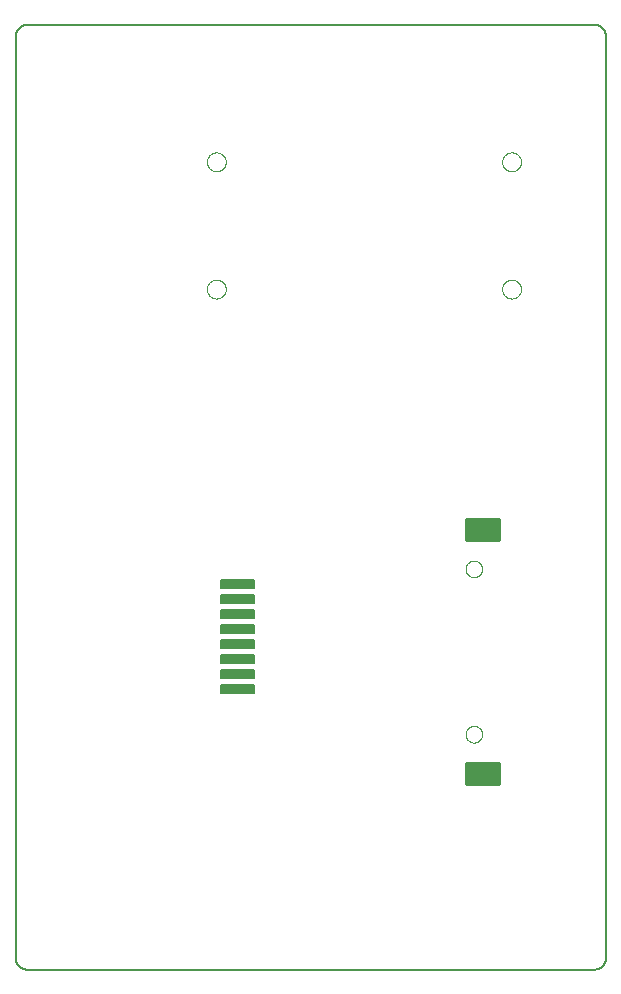
<source format=gbp>
G75*
%MOIN*%
%OFA0B0*%
%FSLAX25Y25*%
%IPPOS*%
%LPD*%
%AMOC8*
5,1,8,0,0,1.08239X$1,22.5*
%
%ADD10C,0.00500*%
%ADD11C,0.00000*%
%ADD12C,0.00709*%
%ADD13C,0.01575*%
D10*
X0005000Y0008937D02*
X0005000Y0316024D01*
X0005002Y0316148D01*
X0005008Y0316271D01*
X0005017Y0316395D01*
X0005031Y0316517D01*
X0005048Y0316640D01*
X0005070Y0316762D01*
X0005095Y0316883D01*
X0005124Y0317003D01*
X0005156Y0317122D01*
X0005193Y0317241D01*
X0005233Y0317358D01*
X0005276Y0317473D01*
X0005324Y0317588D01*
X0005375Y0317700D01*
X0005429Y0317811D01*
X0005487Y0317921D01*
X0005548Y0318028D01*
X0005613Y0318134D01*
X0005681Y0318237D01*
X0005752Y0318338D01*
X0005826Y0318437D01*
X0005903Y0318534D01*
X0005984Y0318628D01*
X0006067Y0318719D01*
X0006153Y0318808D01*
X0006242Y0318894D01*
X0006333Y0318977D01*
X0006427Y0319058D01*
X0006524Y0319135D01*
X0006623Y0319209D01*
X0006724Y0319280D01*
X0006827Y0319348D01*
X0006933Y0319413D01*
X0007040Y0319474D01*
X0007150Y0319532D01*
X0007261Y0319586D01*
X0007373Y0319637D01*
X0007488Y0319685D01*
X0007603Y0319728D01*
X0007720Y0319768D01*
X0007839Y0319805D01*
X0007958Y0319837D01*
X0008078Y0319866D01*
X0008199Y0319891D01*
X0008321Y0319913D01*
X0008444Y0319930D01*
X0008566Y0319944D01*
X0008690Y0319953D01*
X0008813Y0319959D01*
X0008937Y0319961D01*
X0197913Y0319961D01*
X0198037Y0319959D01*
X0198160Y0319953D01*
X0198284Y0319944D01*
X0198406Y0319930D01*
X0198529Y0319913D01*
X0198651Y0319891D01*
X0198772Y0319866D01*
X0198892Y0319837D01*
X0199011Y0319805D01*
X0199130Y0319768D01*
X0199247Y0319728D01*
X0199362Y0319685D01*
X0199477Y0319637D01*
X0199589Y0319586D01*
X0199700Y0319532D01*
X0199810Y0319474D01*
X0199917Y0319413D01*
X0200023Y0319348D01*
X0200126Y0319280D01*
X0200227Y0319209D01*
X0200326Y0319135D01*
X0200423Y0319058D01*
X0200517Y0318977D01*
X0200608Y0318894D01*
X0200697Y0318808D01*
X0200783Y0318719D01*
X0200866Y0318628D01*
X0200947Y0318534D01*
X0201024Y0318437D01*
X0201098Y0318338D01*
X0201169Y0318237D01*
X0201237Y0318134D01*
X0201302Y0318028D01*
X0201363Y0317921D01*
X0201421Y0317811D01*
X0201475Y0317700D01*
X0201526Y0317588D01*
X0201574Y0317473D01*
X0201617Y0317358D01*
X0201657Y0317241D01*
X0201694Y0317122D01*
X0201726Y0317003D01*
X0201755Y0316883D01*
X0201780Y0316762D01*
X0201802Y0316640D01*
X0201819Y0316517D01*
X0201833Y0316395D01*
X0201842Y0316271D01*
X0201848Y0316148D01*
X0201850Y0316024D01*
X0201850Y0008937D01*
X0201848Y0008813D01*
X0201842Y0008690D01*
X0201833Y0008566D01*
X0201819Y0008444D01*
X0201802Y0008321D01*
X0201780Y0008199D01*
X0201755Y0008078D01*
X0201726Y0007958D01*
X0201694Y0007839D01*
X0201657Y0007720D01*
X0201617Y0007603D01*
X0201574Y0007488D01*
X0201526Y0007373D01*
X0201475Y0007261D01*
X0201421Y0007150D01*
X0201363Y0007040D01*
X0201302Y0006933D01*
X0201237Y0006827D01*
X0201169Y0006724D01*
X0201098Y0006623D01*
X0201024Y0006524D01*
X0200947Y0006427D01*
X0200866Y0006333D01*
X0200783Y0006242D01*
X0200697Y0006153D01*
X0200608Y0006067D01*
X0200517Y0005984D01*
X0200423Y0005903D01*
X0200326Y0005826D01*
X0200227Y0005752D01*
X0200126Y0005681D01*
X0200023Y0005613D01*
X0199917Y0005548D01*
X0199810Y0005487D01*
X0199700Y0005429D01*
X0199589Y0005375D01*
X0199477Y0005324D01*
X0199362Y0005276D01*
X0199247Y0005233D01*
X0199130Y0005193D01*
X0199011Y0005156D01*
X0198892Y0005124D01*
X0198772Y0005095D01*
X0198651Y0005070D01*
X0198529Y0005048D01*
X0198406Y0005031D01*
X0198284Y0005017D01*
X0198160Y0005008D01*
X0198037Y0005002D01*
X0197913Y0005000D01*
X0008937Y0005000D01*
X0008813Y0005002D01*
X0008690Y0005008D01*
X0008566Y0005017D01*
X0008444Y0005031D01*
X0008321Y0005048D01*
X0008199Y0005070D01*
X0008078Y0005095D01*
X0007958Y0005124D01*
X0007839Y0005156D01*
X0007720Y0005193D01*
X0007603Y0005233D01*
X0007488Y0005276D01*
X0007373Y0005324D01*
X0007261Y0005375D01*
X0007150Y0005429D01*
X0007040Y0005487D01*
X0006933Y0005548D01*
X0006827Y0005613D01*
X0006724Y0005681D01*
X0006623Y0005752D01*
X0006524Y0005826D01*
X0006427Y0005903D01*
X0006333Y0005984D01*
X0006242Y0006067D01*
X0006153Y0006153D01*
X0006067Y0006242D01*
X0005984Y0006333D01*
X0005903Y0006427D01*
X0005826Y0006524D01*
X0005752Y0006623D01*
X0005681Y0006724D01*
X0005613Y0006827D01*
X0005548Y0006933D01*
X0005487Y0007040D01*
X0005429Y0007150D01*
X0005375Y0007261D01*
X0005324Y0007373D01*
X0005276Y0007488D01*
X0005233Y0007603D01*
X0005193Y0007720D01*
X0005156Y0007839D01*
X0005124Y0007958D01*
X0005095Y0008078D01*
X0005070Y0008199D01*
X0005048Y0008321D01*
X0005031Y0008444D01*
X0005017Y0008566D01*
X0005008Y0008690D01*
X0005002Y0008813D01*
X0005000Y0008937D01*
D11*
X0155000Y0083425D02*
X0155002Y0083530D01*
X0155008Y0083635D01*
X0155018Y0083739D01*
X0155032Y0083843D01*
X0155050Y0083947D01*
X0155072Y0084049D01*
X0155097Y0084151D01*
X0155127Y0084252D01*
X0155160Y0084351D01*
X0155197Y0084449D01*
X0155238Y0084546D01*
X0155283Y0084641D01*
X0155331Y0084734D01*
X0155382Y0084826D01*
X0155438Y0084915D01*
X0155496Y0085002D01*
X0155558Y0085087D01*
X0155622Y0085170D01*
X0155690Y0085250D01*
X0155761Y0085327D01*
X0155835Y0085401D01*
X0155912Y0085473D01*
X0155991Y0085542D01*
X0156073Y0085607D01*
X0156157Y0085670D01*
X0156244Y0085729D01*
X0156333Y0085785D01*
X0156424Y0085838D01*
X0156517Y0085887D01*
X0156611Y0085932D01*
X0156707Y0085974D01*
X0156805Y0086012D01*
X0156904Y0086046D01*
X0157005Y0086077D01*
X0157106Y0086103D01*
X0157209Y0086126D01*
X0157312Y0086145D01*
X0157416Y0086160D01*
X0157520Y0086171D01*
X0157625Y0086178D01*
X0157730Y0086181D01*
X0157835Y0086180D01*
X0157940Y0086175D01*
X0158044Y0086166D01*
X0158148Y0086153D01*
X0158252Y0086136D01*
X0158355Y0086115D01*
X0158457Y0086090D01*
X0158558Y0086062D01*
X0158657Y0086029D01*
X0158756Y0085993D01*
X0158853Y0085953D01*
X0158948Y0085910D01*
X0159042Y0085862D01*
X0159134Y0085812D01*
X0159224Y0085758D01*
X0159312Y0085700D01*
X0159397Y0085639D01*
X0159480Y0085575D01*
X0159561Y0085508D01*
X0159639Y0085438D01*
X0159714Y0085364D01*
X0159786Y0085289D01*
X0159856Y0085210D01*
X0159922Y0085129D01*
X0159986Y0085045D01*
X0160046Y0084959D01*
X0160102Y0084871D01*
X0160156Y0084780D01*
X0160206Y0084688D01*
X0160252Y0084594D01*
X0160295Y0084498D01*
X0160334Y0084400D01*
X0160369Y0084302D01*
X0160400Y0084201D01*
X0160428Y0084100D01*
X0160452Y0083998D01*
X0160472Y0083895D01*
X0160488Y0083791D01*
X0160500Y0083687D01*
X0160508Y0083582D01*
X0160512Y0083477D01*
X0160512Y0083373D01*
X0160508Y0083268D01*
X0160500Y0083163D01*
X0160488Y0083059D01*
X0160472Y0082955D01*
X0160452Y0082852D01*
X0160428Y0082750D01*
X0160400Y0082649D01*
X0160369Y0082548D01*
X0160334Y0082450D01*
X0160295Y0082352D01*
X0160252Y0082256D01*
X0160206Y0082162D01*
X0160156Y0082070D01*
X0160102Y0081979D01*
X0160046Y0081891D01*
X0159986Y0081805D01*
X0159922Y0081721D01*
X0159856Y0081640D01*
X0159786Y0081561D01*
X0159714Y0081486D01*
X0159639Y0081412D01*
X0159561Y0081342D01*
X0159480Y0081275D01*
X0159397Y0081211D01*
X0159312Y0081150D01*
X0159224Y0081092D01*
X0159134Y0081038D01*
X0159042Y0080988D01*
X0158948Y0080940D01*
X0158853Y0080897D01*
X0158756Y0080857D01*
X0158657Y0080821D01*
X0158558Y0080788D01*
X0158457Y0080760D01*
X0158355Y0080735D01*
X0158252Y0080714D01*
X0158148Y0080697D01*
X0158044Y0080684D01*
X0157940Y0080675D01*
X0157835Y0080670D01*
X0157730Y0080669D01*
X0157625Y0080672D01*
X0157520Y0080679D01*
X0157416Y0080690D01*
X0157312Y0080705D01*
X0157209Y0080724D01*
X0157106Y0080747D01*
X0157005Y0080773D01*
X0156904Y0080804D01*
X0156805Y0080838D01*
X0156707Y0080876D01*
X0156611Y0080918D01*
X0156517Y0080963D01*
X0156424Y0081012D01*
X0156333Y0081065D01*
X0156244Y0081121D01*
X0156157Y0081180D01*
X0156073Y0081243D01*
X0155991Y0081308D01*
X0155912Y0081377D01*
X0155835Y0081449D01*
X0155761Y0081523D01*
X0155690Y0081600D01*
X0155622Y0081680D01*
X0155558Y0081763D01*
X0155496Y0081848D01*
X0155438Y0081935D01*
X0155382Y0082024D01*
X0155331Y0082116D01*
X0155283Y0082209D01*
X0155238Y0082304D01*
X0155197Y0082401D01*
X0155160Y0082499D01*
X0155127Y0082598D01*
X0155097Y0082699D01*
X0155072Y0082801D01*
X0155050Y0082903D01*
X0155032Y0083007D01*
X0155018Y0083111D01*
X0155008Y0083215D01*
X0155002Y0083320D01*
X0155000Y0083425D01*
X0155000Y0138543D02*
X0155002Y0138648D01*
X0155008Y0138753D01*
X0155018Y0138857D01*
X0155032Y0138961D01*
X0155050Y0139065D01*
X0155072Y0139167D01*
X0155097Y0139269D01*
X0155127Y0139370D01*
X0155160Y0139469D01*
X0155197Y0139567D01*
X0155238Y0139664D01*
X0155283Y0139759D01*
X0155331Y0139852D01*
X0155382Y0139944D01*
X0155438Y0140033D01*
X0155496Y0140120D01*
X0155558Y0140205D01*
X0155622Y0140288D01*
X0155690Y0140368D01*
X0155761Y0140445D01*
X0155835Y0140519D01*
X0155912Y0140591D01*
X0155991Y0140660D01*
X0156073Y0140725D01*
X0156157Y0140788D01*
X0156244Y0140847D01*
X0156333Y0140903D01*
X0156424Y0140956D01*
X0156517Y0141005D01*
X0156611Y0141050D01*
X0156707Y0141092D01*
X0156805Y0141130D01*
X0156904Y0141164D01*
X0157005Y0141195D01*
X0157106Y0141221D01*
X0157209Y0141244D01*
X0157312Y0141263D01*
X0157416Y0141278D01*
X0157520Y0141289D01*
X0157625Y0141296D01*
X0157730Y0141299D01*
X0157835Y0141298D01*
X0157940Y0141293D01*
X0158044Y0141284D01*
X0158148Y0141271D01*
X0158252Y0141254D01*
X0158355Y0141233D01*
X0158457Y0141208D01*
X0158558Y0141180D01*
X0158657Y0141147D01*
X0158756Y0141111D01*
X0158853Y0141071D01*
X0158948Y0141028D01*
X0159042Y0140980D01*
X0159134Y0140930D01*
X0159224Y0140876D01*
X0159312Y0140818D01*
X0159397Y0140757D01*
X0159480Y0140693D01*
X0159561Y0140626D01*
X0159639Y0140556D01*
X0159714Y0140482D01*
X0159786Y0140407D01*
X0159856Y0140328D01*
X0159922Y0140247D01*
X0159986Y0140163D01*
X0160046Y0140077D01*
X0160102Y0139989D01*
X0160156Y0139898D01*
X0160206Y0139806D01*
X0160252Y0139712D01*
X0160295Y0139616D01*
X0160334Y0139518D01*
X0160369Y0139420D01*
X0160400Y0139319D01*
X0160428Y0139218D01*
X0160452Y0139116D01*
X0160472Y0139013D01*
X0160488Y0138909D01*
X0160500Y0138805D01*
X0160508Y0138700D01*
X0160512Y0138595D01*
X0160512Y0138491D01*
X0160508Y0138386D01*
X0160500Y0138281D01*
X0160488Y0138177D01*
X0160472Y0138073D01*
X0160452Y0137970D01*
X0160428Y0137868D01*
X0160400Y0137767D01*
X0160369Y0137666D01*
X0160334Y0137568D01*
X0160295Y0137470D01*
X0160252Y0137374D01*
X0160206Y0137280D01*
X0160156Y0137188D01*
X0160102Y0137097D01*
X0160046Y0137009D01*
X0159986Y0136923D01*
X0159922Y0136839D01*
X0159856Y0136758D01*
X0159786Y0136679D01*
X0159714Y0136604D01*
X0159639Y0136530D01*
X0159561Y0136460D01*
X0159480Y0136393D01*
X0159397Y0136329D01*
X0159312Y0136268D01*
X0159224Y0136210D01*
X0159134Y0136156D01*
X0159042Y0136106D01*
X0158948Y0136058D01*
X0158853Y0136015D01*
X0158756Y0135975D01*
X0158657Y0135939D01*
X0158558Y0135906D01*
X0158457Y0135878D01*
X0158355Y0135853D01*
X0158252Y0135832D01*
X0158148Y0135815D01*
X0158044Y0135802D01*
X0157940Y0135793D01*
X0157835Y0135788D01*
X0157730Y0135787D01*
X0157625Y0135790D01*
X0157520Y0135797D01*
X0157416Y0135808D01*
X0157312Y0135823D01*
X0157209Y0135842D01*
X0157106Y0135865D01*
X0157005Y0135891D01*
X0156904Y0135922D01*
X0156805Y0135956D01*
X0156707Y0135994D01*
X0156611Y0136036D01*
X0156517Y0136081D01*
X0156424Y0136130D01*
X0156333Y0136183D01*
X0156244Y0136239D01*
X0156157Y0136298D01*
X0156073Y0136361D01*
X0155991Y0136426D01*
X0155912Y0136495D01*
X0155835Y0136567D01*
X0155761Y0136641D01*
X0155690Y0136718D01*
X0155622Y0136798D01*
X0155558Y0136881D01*
X0155496Y0136966D01*
X0155438Y0137053D01*
X0155382Y0137142D01*
X0155331Y0137234D01*
X0155283Y0137327D01*
X0155238Y0137422D01*
X0155197Y0137519D01*
X0155160Y0137617D01*
X0155127Y0137716D01*
X0155097Y0137817D01*
X0155072Y0137919D01*
X0155050Y0138021D01*
X0155032Y0138125D01*
X0155018Y0138229D01*
X0155008Y0138333D01*
X0155002Y0138438D01*
X0155000Y0138543D01*
X0167204Y0231831D02*
X0167206Y0231943D01*
X0167212Y0232054D01*
X0167222Y0232166D01*
X0167236Y0232277D01*
X0167253Y0232387D01*
X0167275Y0232497D01*
X0167301Y0232606D01*
X0167330Y0232714D01*
X0167363Y0232820D01*
X0167400Y0232926D01*
X0167441Y0233030D01*
X0167486Y0233133D01*
X0167534Y0233234D01*
X0167585Y0233333D01*
X0167640Y0233430D01*
X0167699Y0233525D01*
X0167760Y0233619D01*
X0167825Y0233710D01*
X0167894Y0233798D01*
X0167965Y0233884D01*
X0168039Y0233968D01*
X0168117Y0234048D01*
X0168197Y0234126D01*
X0168280Y0234202D01*
X0168365Y0234274D01*
X0168453Y0234343D01*
X0168543Y0234409D01*
X0168636Y0234471D01*
X0168731Y0234531D01*
X0168828Y0234587D01*
X0168926Y0234639D01*
X0169027Y0234688D01*
X0169129Y0234733D01*
X0169233Y0234775D01*
X0169338Y0234813D01*
X0169445Y0234847D01*
X0169552Y0234877D01*
X0169661Y0234904D01*
X0169770Y0234926D01*
X0169881Y0234945D01*
X0169991Y0234960D01*
X0170103Y0234971D01*
X0170214Y0234978D01*
X0170326Y0234981D01*
X0170438Y0234980D01*
X0170550Y0234975D01*
X0170661Y0234966D01*
X0170772Y0234953D01*
X0170883Y0234936D01*
X0170993Y0234916D01*
X0171102Y0234891D01*
X0171210Y0234863D01*
X0171317Y0234830D01*
X0171423Y0234794D01*
X0171527Y0234754D01*
X0171630Y0234711D01*
X0171732Y0234664D01*
X0171831Y0234613D01*
X0171929Y0234559D01*
X0172025Y0234501D01*
X0172119Y0234440D01*
X0172210Y0234376D01*
X0172299Y0234309D01*
X0172386Y0234238D01*
X0172470Y0234164D01*
X0172552Y0234088D01*
X0172630Y0234008D01*
X0172706Y0233926D01*
X0172779Y0233841D01*
X0172849Y0233754D01*
X0172915Y0233664D01*
X0172979Y0233572D01*
X0173039Y0233478D01*
X0173096Y0233382D01*
X0173149Y0233283D01*
X0173199Y0233183D01*
X0173245Y0233082D01*
X0173288Y0232978D01*
X0173327Y0232873D01*
X0173362Y0232767D01*
X0173393Y0232660D01*
X0173421Y0232551D01*
X0173444Y0232442D01*
X0173464Y0232332D01*
X0173480Y0232221D01*
X0173492Y0232110D01*
X0173500Y0231999D01*
X0173504Y0231887D01*
X0173504Y0231775D01*
X0173500Y0231663D01*
X0173492Y0231552D01*
X0173480Y0231441D01*
X0173464Y0231330D01*
X0173444Y0231220D01*
X0173421Y0231111D01*
X0173393Y0231002D01*
X0173362Y0230895D01*
X0173327Y0230789D01*
X0173288Y0230684D01*
X0173245Y0230580D01*
X0173199Y0230479D01*
X0173149Y0230379D01*
X0173096Y0230280D01*
X0173039Y0230184D01*
X0172979Y0230090D01*
X0172915Y0229998D01*
X0172849Y0229908D01*
X0172779Y0229821D01*
X0172706Y0229736D01*
X0172630Y0229654D01*
X0172552Y0229574D01*
X0172470Y0229498D01*
X0172386Y0229424D01*
X0172299Y0229353D01*
X0172210Y0229286D01*
X0172119Y0229222D01*
X0172025Y0229161D01*
X0171929Y0229103D01*
X0171831Y0229049D01*
X0171732Y0228998D01*
X0171630Y0228951D01*
X0171527Y0228908D01*
X0171423Y0228868D01*
X0171317Y0228832D01*
X0171210Y0228799D01*
X0171102Y0228771D01*
X0170993Y0228746D01*
X0170883Y0228726D01*
X0170772Y0228709D01*
X0170661Y0228696D01*
X0170550Y0228687D01*
X0170438Y0228682D01*
X0170326Y0228681D01*
X0170214Y0228684D01*
X0170103Y0228691D01*
X0169991Y0228702D01*
X0169881Y0228717D01*
X0169770Y0228736D01*
X0169661Y0228758D01*
X0169552Y0228785D01*
X0169445Y0228815D01*
X0169338Y0228849D01*
X0169233Y0228887D01*
X0169129Y0228929D01*
X0169027Y0228974D01*
X0168926Y0229023D01*
X0168828Y0229075D01*
X0168731Y0229131D01*
X0168636Y0229191D01*
X0168543Y0229253D01*
X0168453Y0229319D01*
X0168365Y0229388D01*
X0168280Y0229460D01*
X0168197Y0229536D01*
X0168117Y0229614D01*
X0168039Y0229694D01*
X0167965Y0229778D01*
X0167894Y0229864D01*
X0167825Y0229952D01*
X0167760Y0230043D01*
X0167699Y0230137D01*
X0167640Y0230232D01*
X0167585Y0230329D01*
X0167534Y0230428D01*
X0167486Y0230529D01*
X0167441Y0230632D01*
X0167400Y0230736D01*
X0167363Y0230842D01*
X0167330Y0230948D01*
X0167301Y0231056D01*
X0167275Y0231165D01*
X0167253Y0231275D01*
X0167236Y0231385D01*
X0167222Y0231496D01*
X0167212Y0231608D01*
X0167206Y0231719D01*
X0167204Y0231831D01*
X0167204Y0274232D02*
X0167206Y0274344D01*
X0167212Y0274455D01*
X0167222Y0274567D01*
X0167236Y0274678D01*
X0167253Y0274788D01*
X0167275Y0274898D01*
X0167301Y0275007D01*
X0167330Y0275115D01*
X0167363Y0275221D01*
X0167400Y0275327D01*
X0167441Y0275431D01*
X0167486Y0275534D01*
X0167534Y0275635D01*
X0167585Y0275734D01*
X0167640Y0275831D01*
X0167699Y0275926D01*
X0167760Y0276020D01*
X0167825Y0276111D01*
X0167894Y0276199D01*
X0167965Y0276285D01*
X0168039Y0276369D01*
X0168117Y0276449D01*
X0168197Y0276527D01*
X0168280Y0276603D01*
X0168365Y0276675D01*
X0168453Y0276744D01*
X0168543Y0276810D01*
X0168636Y0276872D01*
X0168731Y0276932D01*
X0168828Y0276988D01*
X0168926Y0277040D01*
X0169027Y0277089D01*
X0169129Y0277134D01*
X0169233Y0277176D01*
X0169338Y0277214D01*
X0169445Y0277248D01*
X0169552Y0277278D01*
X0169661Y0277305D01*
X0169770Y0277327D01*
X0169881Y0277346D01*
X0169991Y0277361D01*
X0170103Y0277372D01*
X0170214Y0277379D01*
X0170326Y0277382D01*
X0170438Y0277381D01*
X0170550Y0277376D01*
X0170661Y0277367D01*
X0170772Y0277354D01*
X0170883Y0277337D01*
X0170993Y0277317D01*
X0171102Y0277292D01*
X0171210Y0277264D01*
X0171317Y0277231D01*
X0171423Y0277195D01*
X0171527Y0277155D01*
X0171630Y0277112D01*
X0171732Y0277065D01*
X0171831Y0277014D01*
X0171929Y0276960D01*
X0172025Y0276902D01*
X0172119Y0276841D01*
X0172210Y0276777D01*
X0172299Y0276710D01*
X0172386Y0276639D01*
X0172470Y0276565D01*
X0172552Y0276489D01*
X0172630Y0276409D01*
X0172706Y0276327D01*
X0172779Y0276242D01*
X0172849Y0276155D01*
X0172915Y0276065D01*
X0172979Y0275973D01*
X0173039Y0275879D01*
X0173096Y0275783D01*
X0173149Y0275684D01*
X0173199Y0275584D01*
X0173245Y0275483D01*
X0173288Y0275379D01*
X0173327Y0275274D01*
X0173362Y0275168D01*
X0173393Y0275061D01*
X0173421Y0274952D01*
X0173444Y0274843D01*
X0173464Y0274733D01*
X0173480Y0274622D01*
X0173492Y0274511D01*
X0173500Y0274400D01*
X0173504Y0274288D01*
X0173504Y0274176D01*
X0173500Y0274064D01*
X0173492Y0273953D01*
X0173480Y0273842D01*
X0173464Y0273731D01*
X0173444Y0273621D01*
X0173421Y0273512D01*
X0173393Y0273403D01*
X0173362Y0273296D01*
X0173327Y0273190D01*
X0173288Y0273085D01*
X0173245Y0272981D01*
X0173199Y0272880D01*
X0173149Y0272780D01*
X0173096Y0272681D01*
X0173039Y0272585D01*
X0172979Y0272491D01*
X0172915Y0272399D01*
X0172849Y0272309D01*
X0172779Y0272222D01*
X0172706Y0272137D01*
X0172630Y0272055D01*
X0172552Y0271975D01*
X0172470Y0271899D01*
X0172386Y0271825D01*
X0172299Y0271754D01*
X0172210Y0271687D01*
X0172119Y0271623D01*
X0172025Y0271562D01*
X0171929Y0271504D01*
X0171831Y0271450D01*
X0171732Y0271399D01*
X0171630Y0271352D01*
X0171527Y0271309D01*
X0171423Y0271269D01*
X0171317Y0271233D01*
X0171210Y0271200D01*
X0171102Y0271172D01*
X0170993Y0271147D01*
X0170883Y0271127D01*
X0170772Y0271110D01*
X0170661Y0271097D01*
X0170550Y0271088D01*
X0170438Y0271083D01*
X0170326Y0271082D01*
X0170214Y0271085D01*
X0170103Y0271092D01*
X0169991Y0271103D01*
X0169881Y0271118D01*
X0169770Y0271137D01*
X0169661Y0271159D01*
X0169552Y0271186D01*
X0169445Y0271216D01*
X0169338Y0271250D01*
X0169233Y0271288D01*
X0169129Y0271330D01*
X0169027Y0271375D01*
X0168926Y0271424D01*
X0168828Y0271476D01*
X0168731Y0271532D01*
X0168636Y0271592D01*
X0168543Y0271654D01*
X0168453Y0271720D01*
X0168365Y0271789D01*
X0168280Y0271861D01*
X0168197Y0271937D01*
X0168117Y0272015D01*
X0168039Y0272095D01*
X0167965Y0272179D01*
X0167894Y0272265D01*
X0167825Y0272353D01*
X0167760Y0272444D01*
X0167699Y0272538D01*
X0167640Y0272633D01*
X0167585Y0272730D01*
X0167534Y0272829D01*
X0167486Y0272930D01*
X0167441Y0273033D01*
X0167400Y0273137D01*
X0167363Y0273243D01*
X0167330Y0273349D01*
X0167301Y0273457D01*
X0167275Y0273566D01*
X0167253Y0273676D01*
X0167236Y0273786D01*
X0167222Y0273897D01*
X0167212Y0274009D01*
X0167206Y0274120D01*
X0167204Y0274232D01*
X0068779Y0274232D02*
X0068781Y0274344D01*
X0068787Y0274455D01*
X0068797Y0274567D01*
X0068811Y0274678D01*
X0068828Y0274788D01*
X0068850Y0274898D01*
X0068876Y0275007D01*
X0068905Y0275115D01*
X0068938Y0275221D01*
X0068975Y0275327D01*
X0069016Y0275431D01*
X0069061Y0275534D01*
X0069109Y0275635D01*
X0069160Y0275734D01*
X0069215Y0275831D01*
X0069274Y0275926D01*
X0069335Y0276020D01*
X0069400Y0276111D01*
X0069469Y0276199D01*
X0069540Y0276285D01*
X0069614Y0276369D01*
X0069692Y0276449D01*
X0069772Y0276527D01*
X0069855Y0276603D01*
X0069940Y0276675D01*
X0070028Y0276744D01*
X0070118Y0276810D01*
X0070211Y0276872D01*
X0070306Y0276932D01*
X0070403Y0276988D01*
X0070501Y0277040D01*
X0070602Y0277089D01*
X0070704Y0277134D01*
X0070808Y0277176D01*
X0070913Y0277214D01*
X0071020Y0277248D01*
X0071127Y0277278D01*
X0071236Y0277305D01*
X0071345Y0277327D01*
X0071456Y0277346D01*
X0071566Y0277361D01*
X0071678Y0277372D01*
X0071789Y0277379D01*
X0071901Y0277382D01*
X0072013Y0277381D01*
X0072125Y0277376D01*
X0072236Y0277367D01*
X0072347Y0277354D01*
X0072458Y0277337D01*
X0072568Y0277317D01*
X0072677Y0277292D01*
X0072785Y0277264D01*
X0072892Y0277231D01*
X0072998Y0277195D01*
X0073102Y0277155D01*
X0073205Y0277112D01*
X0073307Y0277065D01*
X0073406Y0277014D01*
X0073504Y0276960D01*
X0073600Y0276902D01*
X0073694Y0276841D01*
X0073785Y0276777D01*
X0073874Y0276710D01*
X0073961Y0276639D01*
X0074045Y0276565D01*
X0074127Y0276489D01*
X0074205Y0276409D01*
X0074281Y0276327D01*
X0074354Y0276242D01*
X0074424Y0276155D01*
X0074490Y0276065D01*
X0074554Y0275973D01*
X0074614Y0275879D01*
X0074671Y0275783D01*
X0074724Y0275684D01*
X0074774Y0275584D01*
X0074820Y0275483D01*
X0074863Y0275379D01*
X0074902Y0275274D01*
X0074937Y0275168D01*
X0074968Y0275061D01*
X0074996Y0274952D01*
X0075019Y0274843D01*
X0075039Y0274733D01*
X0075055Y0274622D01*
X0075067Y0274511D01*
X0075075Y0274400D01*
X0075079Y0274288D01*
X0075079Y0274176D01*
X0075075Y0274064D01*
X0075067Y0273953D01*
X0075055Y0273842D01*
X0075039Y0273731D01*
X0075019Y0273621D01*
X0074996Y0273512D01*
X0074968Y0273403D01*
X0074937Y0273296D01*
X0074902Y0273190D01*
X0074863Y0273085D01*
X0074820Y0272981D01*
X0074774Y0272880D01*
X0074724Y0272780D01*
X0074671Y0272681D01*
X0074614Y0272585D01*
X0074554Y0272491D01*
X0074490Y0272399D01*
X0074424Y0272309D01*
X0074354Y0272222D01*
X0074281Y0272137D01*
X0074205Y0272055D01*
X0074127Y0271975D01*
X0074045Y0271899D01*
X0073961Y0271825D01*
X0073874Y0271754D01*
X0073785Y0271687D01*
X0073694Y0271623D01*
X0073600Y0271562D01*
X0073504Y0271504D01*
X0073406Y0271450D01*
X0073307Y0271399D01*
X0073205Y0271352D01*
X0073102Y0271309D01*
X0072998Y0271269D01*
X0072892Y0271233D01*
X0072785Y0271200D01*
X0072677Y0271172D01*
X0072568Y0271147D01*
X0072458Y0271127D01*
X0072347Y0271110D01*
X0072236Y0271097D01*
X0072125Y0271088D01*
X0072013Y0271083D01*
X0071901Y0271082D01*
X0071789Y0271085D01*
X0071678Y0271092D01*
X0071566Y0271103D01*
X0071456Y0271118D01*
X0071345Y0271137D01*
X0071236Y0271159D01*
X0071127Y0271186D01*
X0071020Y0271216D01*
X0070913Y0271250D01*
X0070808Y0271288D01*
X0070704Y0271330D01*
X0070602Y0271375D01*
X0070501Y0271424D01*
X0070403Y0271476D01*
X0070306Y0271532D01*
X0070211Y0271592D01*
X0070118Y0271654D01*
X0070028Y0271720D01*
X0069940Y0271789D01*
X0069855Y0271861D01*
X0069772Y0271937D01*
X0069692Y0272015D01*
X0069614Y0272095D01*
X0069540Y0272179D01*
X0069469Y0272265D01*
X0069400Y0272353D01*
X0069335Y0272444D01*
X0069274Y0272538D01*
X0069215Y0272633D01*
X0069160Y0272730D01*
X0069109Y0272829D01*
X0069061Y0272930D01*
X0069016Y0273033D01*
X0068975Y0273137D01*
X0068938Y0273243D01*
X0068905Y0273349D01*
X0068876Y0273457D01*
X0068850Y0273566D01*
X0068828Y0273676D01*
X0068811Y0273786D01*
X0068797Y0273897D01*
X0068787Y0274009D01*
X0068781Y0274120D01*
X0068779Y0274232D01*
X0068779Y0231831D02*
X0068781Y0231943D01*
X0068787Y0232054D01*
X0068797Y0232166D01*
X0068811Y0232277D01*
X0068828Y0232387D01*
X0068850Y0232497D01*
X0068876Y0232606D01*
X0068905Y0232714D01*
X0068938Y0232820D01*
X0068975Y0232926D01*
X0069016Y0233030D01*
X0069061Y0233133D01*
X0069109Y0233234D01*
X0069160Y0233333D01*
X0069215Y0233430D01*
X0069274Y0233525D01*
X0069335Y0233619D01*
X0069400Y0233710D01*
X0069469Y0233798D01*
X0069540Y0233884D01*
X0069614Y0233968D01*
X0069692Y0234048D01*
X0069772Y0234126D01*
X0069855Y0234202D01*
X0069940Y0234274D01*
X0070028Y0234343D01*
X0070118Y0234409D01*
X0070211Y0234471D01*
X0070306Y0234531D01*
X0070403Y0234587D01*
X0070501Y0234639D01*
X0070602Y0234688D01*
X0070704Y0234733D01*
X0070808Y0234775D01*
X0070913Y0234813D01*
X0071020Y0234847D01*
X0071127Y0234877D01*
X0071236Y0234904D01*
X0071345Y0234926D01*
X0071456Y0234945D01*
X0071566Y0234960D01*
X0071678Y0234971D01*
X0071789Y0234978D01*
X0071901Y0234981D01*
X0072013Y0234980D01*
X0072125Y0234975D01*
X0072236Y0234966D01*
X0072347Y0234953D01*
X0072458Y0234936D01*
X0072568Y0234916D01*
X0072677Y0234891D01*
X0072785Y0234863D01*
X0072892Y0234830D01*
X0072998Y0234794D01*
X0073102Y0234754D01*
X0073205Y0234711D01*
X0073307Y0234664D01*
X0073406Y0234613D01*
X0073504Y0234559D01*
X0073600Y0234501D01*
X0073694Y0234440D01*
X0073785Y0234376D01*
X0073874Y0234309D01*
X0073961Y0234238D01*
X0074045Y0234164D01*
X0074127Y0234088D01*
X0074205Y0234008D01*
X0074281Y0233926D01*
X0074354Y0233841D01*
X0074424Y0233754D01*
X0074490Y0233664D01*
X0074554Y0233572D01*
X0074614Y0233478D01*
X0074671Y0233382D01*
X0074724Y0233283D01*
X0074774Y0233183D01*
X0074820Y0233082D01*
X0074863Y0232978D01*
X0074902Y0232873D01*
X0074937Y0232767D01*
X0074968Y0232660D01*
X0074996Y0232551D01*
X0075019Y0232442D01*
X0075039Y0232332D01*
X0075055Y0232221D01*
X0075067Y0232110D01*
X0075075Y0231999D01*
X0075079Y0231887D01*
X0075079Y0231775D01*
X0075075Y0231663D01*
X0075067Y0231552D01*
X0075055Y0231441D01*
X0075039Y0231330D01*
X0075019Y0231220D01*
X0074996Y0231111D01*
X0074968Y0231002D01*
X0074937Y0230895D01*
X0074902Y0230789D01*
X0074863Y0230684D01*
X0074820Y0230580D01*
X0074774Y0230479D01*
X0074724Y0230379D01*
X0074671Y0230280D01*
X0074614Y0230184D01*
X0074554Y0230090D01*
X0074490Y0229998D01*
X0074424Y0229908D01*
X0074354Y0229821D01*
X0074281Y0229736D01*
X0074205Y0229654D01*
X0074127Y0229574D01*
X0074045Y0229498D01*
X0073961Y0229424D01*
X0073874Y0229353D01*
X0073785Y0229286D01*
X0073694Y0229222D01*
X0073600Y0229161D01*
X0073504Y0229103D01*
X0073406Y0229049D01*
X0073307Y0228998D01*
X0073205Y0228951D01*
X0073102Y0228908D01*
X0072998Y0228868D01*
X0072892Y0228832D01*
X0072785Y0228799D01*
X0072677Y0228771D01*
X0072568Y0228746D01*
X0072458Y0228726D01*
X0072347Y0228709D01*
X0072236Y0228696D01*
X0072125Y0228687D01*
X0072013Y0228682D01*
X0071901Y0228681D01*
X0071789Y0228684D01*
X0071678Y0228691D01*
X0071566Y0228702D01*
X0071456Y0228717D01*
X0071345Y0228736D01*
X0071236Y0228758D01*
X0071127Y0228785D01*
X0071020Y0228815D01*
X0070913Y0228849D01*
X0070808Y0228887D01*
X0070704Y0228929D01*
X0070602Y0228974D01*
X0070501Y0229023D01*
X0070403Y0229075D01*
X0070306Y0229131D01*
X0070211Y0229191D01*
X0070118Y0229253D01*
X0070028Y0229319D01*
X0069940Y0229388D01*
X0069855Y0229460D01*
X0069772Y0229536D01*
X0069692Y0229614D01*
X0069614Y0229694D01*
X0069540Y0229778D01*
X0069469Y0229864D01*
X0069400Y0229952D01*
X0069335Y0230043D01*
X0069274Y0230137D01*
X0069215Y0230232D01*
X0069160Y0230329D01*
X0069109Y0230428D01*
X0069061Y0230529D01*
X0069016Y0230632D01*
X0068975Y0230736D01*
X0068938Y0230842D01*
X0068905Y0230948D01*
X0068876Y0231056D01*
X0068850Y0231165D01*
X0068828Y0231275D01*
X0068811Y0231385D01*
X0068797Y0231496D01*
X0068787Y0231608D01*
X0068781Y0231719D01*
X0068779Y0231831D01*
D12*
X0073465Y0134921D02*
X0073465Y0132087D01*
X0073465Y0134921D02*
X0084567Y0134921D01*
X0084567Y0132087D01*
X0073465Y0132087D01*
X0073465Y0132795D02*
X0084567Y0132795D01*
X0084567Y0133503D02*
X0073465Y0133503D01*
X0073465Y0134211D02*
X0084567Y0134211D01*
X0084567Y0134919D02*
X0073465Y0134919D01*
X0073465Y0129921D02*
X0073465Y0127087D01*
X0073465Y0129921D02*
X0084567Y0129921D01*
X0084567Y0127087D01*
X0073465Y0127087D01*
X0073465Y0127795D02*
X0084567Y0127795D01*
X0084567Y0128503D02*
X0073465Y0128503D01*
X0073465Y0129211D02*
X0084567Y0129211D01*
X0084567Y0129919D02*
X0073465Y0129919D01*
X0073465Y0124921D02*
X0073465Y0122087D01*
X0073465Y0124921D02*
X0084567Y0124921D01*
X0084567Y0122087D01*
X0073465Y0122087D01*
X0073465Y0122795D02*
X0084567Y0122795D01*
X0084567Y0123503D02*
X0073465Y0123503D01*
X0073465Y0124211D02*
X0084567Y0124211D01*
X0084567Y0124919D02*
X0073465Y0124919D01*
X0073465Y0119921D02*
X0073465Y0117087D01*
X0073465Y0119921D02*
X0084567Y0119921D01*
X0084567Y0117087D01*
X0073465Y0117087D01*
X0073465Y0117795D02*
X0084567Y0117795D01*
X0084567Y0118503D02*
X0073465Y0118503D01*
X0073465Y0119211D02*
X0084567Y0119211D01*
X0084567Y0119919D02*
X0073465Y0119919D01*
X0073465Y0114921D02*
X0073465Y0112087D01*
X0073465Y0114921D02*
X0084567Y0114921D01*
X0084567Y0112087D01*
X0073465Y0112087D01*
X0073465Y0112795D02*
X0084567Y0112795D01*
X0084567Y0113503D02*
X0073465Y0113503D01*
X0073465Y0114211D02*
X0084567Y0114211D01*
X0084567Y0114919D02*
X0073465Y0114919D01*
X0073465Y0109921D02*
X0073465Y0107087D01*
X0073465Y0109921D02*
X0084567Y0109921D01*
X0084567Y0107087D01*
X0073465Y0107087D01*
X0073465Y0107795D02*
X0084567Y0107795D01*
X0084567Y0108503D02*
X0073465Y0108503D01*
X0073465Y0109211D02*
X0084567Y0109211D01*
X0084567Y0109919D02*
X0073465Y0109919D01*
X0073465Y0104921D02*
X0073465Y0102087D01*
X0073465Y0104921D02*
X0084567Y0104921D01*
X0084567Y0102087D01*
X0073465Y0102087D01*
X0073465Y0102795D02*
X0084567Y0102795D01*
X0084567Y0103503D02*
X0073465Y0103503D01*
X0073465Y0104211D02*
X0084567Y0104211D01*
X0084567Y0104919D02*
X0073465Y0104919D01*
X0073465Y0099921D02*
X0073465Y0097087D01*
X0073465Y0099921D02*
X0084567Y0099921D01*
X0084567Y0097087D01*
X0073465Y0097087D01*
X0073465Y0097795D02*
X0084567Y0097795D01*
X0084567Y0098503D02*
X0073465Y0098503D01*
X0073465Y0099211D02*
X0084567Y0099211D01*
X0084567Y0099919D02*
X0073465Y0099919D01*
D13*
X0155591Y0073504D02*
X0155591Y0067204D01*
X0155591Y0073504D02*
X0165827Y0073504D01*
X0165827Y0067204D01*
X0155591Y0067204D01*
X0155591Y0068778D02*
X0165827Y0068778D01*
X0165827Y0070352D02*
X0155591Y0070352D01*
X0155591Y0071926D02*
X0165827Y0071926D01*
X0165827Y0073500D02*
X0155591Y0073500D01*
X0155591Y0148504D02*
X0155591Y0154804D01*
X0165827Y0154804D01*
X0165827Y0148504D01*
X0155591Y0148504D01*
X0155591Y0150078D02*
X0165827Y0150078D01*
X0165827Y0151652D02*
X0155591Y0151652D01*
X0155591Y0153226D02*
X0165827Y0153226D01*
X0165827Y0154800D02*
X0155591Y0154800D01*
M02*

</source>
